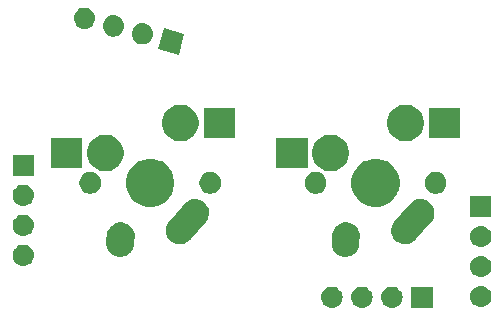
<source format=gbr>
G04 #@! TF.GenerationSoftware,KiCad,Pcbnew,(5.1.4)-1*
G04 #@! TF.CreationDate,2023-05-19T09:16:21-04:00*
G04 #@! TF.ProjectId,ThumbsUp,5468756d-6273-4557-902e-6b696361645f,rev?*
G04 #@! TF.SameCoordinates,Original*
G04 #@! TF.FileFunction,Soldermask,Bot*
G04 #@! TF.FilePolarity,Negative*
%FSLAX46Y46*%
G04 Gerber Fmt 4.6, Leading zero omitted, Abs format (unit mm)*
G04 Created by KiCad (PCBNEW (5.1.4)-1) date 2023-05-19 09:16:21*
%MOMM*%
%LPD*%
G04 APERTURE LIST*
%ADD10C,0.100000*%
G04 APERTURE END LIST*
D10*
G36*
X191207132Y-357932045D02*
G01*
X189405132Y-357932045D01*
X189405132Y-356130045D01*
X191207132Y-356130045D01*
X191207132Y-357932045D01*
X191207132Y-357932045D01*
G37*
G36*
X185336574Y-356136563D02*
G01*
X185402759Y-356143082D01*
X185572598Y-356194602D01*
X185729123Y-356278267D01*
X185764861Y-356307597D01*
X185866318Y-356390859D01*
X185949580Y-356492316D01*
X185978910Y-356528054D01*
X186062575Y-356684579D01*
X186114095Y-356854418D01*
X186131491Y-357031045D01*
X186114095Y-357207672D01*
X186062575Y-357377511D01*
X185978910Y-357534036D01*
X185949580Y-357569774D01*
X185866318Y-357671231D01*
X185764861Y-357754493D01*
X185729123Y-357783823D01*
X185572598Y-357867488D01*
X185402759Y-357919008D01*
X185336574Y-357925527D01*
X185270392Y-357932045D01*
X185181872Y-357932045D01*
X185115690Y-357925527D01*
X185049505Y-357919008D01*
X184879666Y-357867488D01*
X184723141Y-357783823D01*
X184687403Y-357754493D01*
X184585946Y-357671231D01*
X184502684Y-357569774D01*
X184473354Y-357534036D01*
X184389689Y-357377511D01*
X184338169Y-357207672D01*
X184320773Y-357031045D01*
X184338169Y-356854418D01*
X184389689Y-356684579D01*
X184473354Y-356528054D01*
X184502684Y-356492316D01*
X184585946Y-356390859D01*
X184687403Y-356307597D01*
X184723141Y-356278267D01*
X184879666Y-356194602D01*
X185049505Y-356143082D01*
X185115690Y-356136563D01*
X185181872Y-356130045D01*
X185270392Y-356130045D01*
X185336574Y-356136563D01*
X185336574Y-356136563D01*
G37*
G36*
X182796574Y-356136563D02*
G01*
X182862759Y-356143082D01*
X183032598Y-356194602D01*
X183189123Y-356278267D01*
X183224861Y-356307597D01*
X183326318Y-356390859D01*
X183409580Y-356492316D01*
X183438910Y-356528054D01*
X183522575Y-356684579D01*
X183574095Y-356854418D01*
X183591491Y-357031045D01*
X183574095Y-357207672D01*
X183522575Y-357377511D01*
X183438910Y-357534036D01*
X183409580Y-357569774D01*
X183326318Y-357671231D01*
X183224861Y-357754493D01*
X183189123Y-357783823D01*
X183032598Y-357867488D01*
X182862759Y-357919008D01*
X182796574Y-357925527D01*
X182730392Y-357932045D01*
X182641872Y-357932045D01*
X182575690Y-357925527D01*
X182509505Y-357919008D01*
X182339666Y-357867488D01*
X182183141Y-357783823D01*
X182147403Y-357754493D01*
X182045946Y-357671231D01*
X181962684Y-357569774D01*
X181933354Y-357534036D01*
X181849689Y-357377511D01*
X181798169Y-357207672D01*
X181780773Y-357031045D01*
X181798169Y-356854418D01*
X181849689Y-356684579D01*
X181933354Y-356528054D01*
X181962684Y-356492316D01*
X182045946Y-356390859D01*
X182147403Y-356307597D01*
X182183141Y-356278267D01*
X182339666Y-356194602D01*
X182509505Y-356143082D01*
X182575690Y-356136563D01*
X182641872Y-356130045D01*
X182730392Y-356130045D01*
X182796574Y-356136563D01*
X182796574Y-356136563D01*
G37*
G36*
X187876574Y-356136563D02*
G01*
X187942759Y-356143082D01*
X188112598Y-356194602D01*
X188269123Y-356278267D01*
X188304861Y-356307597D01*
X188406318Y-356390859D01*
X188489580Y-356492316D01*
X188518910Y-356528054D01*
X188602575Y-356684579D01*
X188654095Y-356854418D01*
X188671491Y-357031045D01*
X188654095Y-357207672D01*
X188602575Y-357377511D01*
X188518910Y-357534036D01*
X188489580Y-357569774D01*
X188406318Y-357671231D01*
X188304861Y-357754493D01*
X188269123Y-357783823D01*
X188112598Y-357867488D01*
X187942759Y-357919008D01*
X187876574Y-357925527D01*
X187810392Y-357932045D01*
X187721872Y-357932045D01*
X187655690Y-357925527D01*
X187589505Y-357919008D01*
X187419666Y-357867488D01*
X187263141Y-357783823D01*
X187227403Y-357754493D01*
X187125946Y-357671231D01*
X187042684Y-357569774D01*
X187013354Y-357534036D01*
X186929689Y-357377511D01*
X186878169Y-357207672D01*
X186860773Y-357031045D01*
X186878169Y-356854418D01*
X186929689Y-356684579D01*
X187013354Y-356528054D01*
X187042684Y-356492316D01*
X187125946Y-356390859D01*
X187227403Y-356307597D01*
X187263141Y-356278267D01*
X187419666Y-356194602D01*
X187589505Y-356143082D01*
X187655690Y-356136563D01*
X187721872Y-356130045D01*
X187810392Y-356130045D01*
X187876574Y-356136563D01*
X187876574Y-356136563D01*
G37*
G36*
X195387430Y-356069092D02*
G01*
X195453614Y-356075610D01*
X195623453Y-356127130D01*
X195779978Y-356210795D01*
X195815716Y-356240125D01*
X195917173Y-356323387D01*
X196000435Y-356424844D01*
X196029765Y-356460582D01*
X196113430Y-356617107D01*
X196164950Y-356786946D01*
X196182346Y-356963573D01*
X196164950Y-357140200D01*
X196113430Y-357310039D01*
X196029765Y-357466564D01*
X196000435Y-357502302D01*
X195917173Y-357603759D01*
X195815716Y-357687021D01*
X195779978Y-357716351D01*
X195623453Y-357800016D01*
X195453614Y-357851536D01*
X195387430Y-357858054D01*
X195321247Y-357864573D01*
X195232727Y-357864573D01*
X195166544Y-357858054D01*
X195100360Y-357851536D01*
X194930521Y-357800016D01*
X194773996Y-357716351D01*
X194738258Y-357687021D01*
X194636801Y-357603759D01*
X194553539Y-357502302D01*
X194524209Y-357466564D01*
X194440544Y-357310039D01*
X194389024Y-357140200D01*
X194371628Y-356963573D01*
X194389024Y-356786946D01*
X194440544Y-356617107D01*
X194524209Y-356460582D01*
X194553539Y-356424844D01*
X194636801Y-356323387D01*
X194738258Y-356240125D01*
X194773996Y-356210795D01*
X194930521Y-356127130D01*
X195100360Y-356075610D01*
X195166544Y-356069092D01*
X195232727Y-356062573D01*
X195321247Y-356062573D01*
X195387430Y-356069092D01*
X195387430Y-356069092D01*
G37*
G36*
X195387429Y-353529091D02*
G01*
X195453614Y-353535610D01*
X195623453Y-353587130D01*
X195779978Y-353670795D01*
X195815716Y-353700125D01*
X195917173Y-353783387D01*
X196000435Y-353884844D01*
X196029765Y-353920582D01*
X196113430Y-354077107D01*
X196164950Y-354246946D01*
X196182346Y-354423573D01*
X196164950Y-354600200D01*
X196113430Y-354770039D01*
X196029765Y-354926564D01*
X196000435Y-354962302D01*
X195917173Y-355063759D01*
X195815716Y-355147021D01*
X195779978Y-355176351D01*
X195623453Y-355260016D01*
X195453614Y-355311536D01*
X195387429Y-355318055D01*
X195321247Y-355324573D01*
X195232727Y-355324573D01*
X195166545Y-355318055D01*
X195100360Y-355311536D01*
X194930521Y-355260016D01*
X194773996Y-355176351D01*
X194738258Y-355147021D01*
X194636801Y-355063759D01*
X194553539Y-354962302D01*
X194524209Y-354926564D01*
X194440544Y-354770039D01*
X194389024Y-354600200D01*
X194371628Y-354423573D01*
X194389024Y-354246946D01*
X194440544Y-354077107D01*
X194524209Y-353920582D01*
X194553539Y-353884844D01*
X194636801Y-353783387D01*
X194738258Y-353700125D01*
X194773996Y-353670795D01*
X194930521Y-353587130D01*
X195100360Y-353535610D01*
X195166545Y-353529091D01*
X195232727Y-353522573D01*
X195321247Y-353522573D01*
X195387429Y-353529091D01*
X195387429Y-353529091D01*
G37*
G36*
X156664932Y-352584621D02*
G01*
X156731116Y-352591139D01*
X156900955Y-352642659D01*
X156900957Y-352642660D01*
X156907720Y-352646275D01*
X157057480Y-352726324D01*
X157076147Y-352741644D01*
X157194675Y-352838916D01*
X157277937Y-352940373D01*
X157307267Y-352976111D01*
X157307268Y-352976113D01*
X157374060Y-353101070D01*
X157390932Y-353132636D01*
X157442452Y-353302475D01*
X157459848Y-353479102D01*
X157442452Y-353655729D01*
X157390932Y-353825568D01*
X157307267Y-353982093D01*
X157277937Y-354017831D01*
X157194675Y-354119288D01*
X157093218Y-354202550D01*
X157057480Y-354231880D01*
X156900955Y-354315545D01*
X156731116Y-354367065D01*
X156664931Y-354373584D01*
X156598749Y-354380102D01*
X156510229Y-354380102D01*
X156444047Y-354373584D01*
X156377862Y-354367065D01*
X156208023Y-354315545D01*
X156051498Y-354231880D01*
X156015760Y-354202550D01*
X155914303Y-354119288D01*
X155831041Y-354017831D01*
X155801711Y-353982093D01*
X155718046Y-353825568D01*
X155666526Y-353655729D01*
X155649130Y-353479102D01*
X155666526Y-353302475D01*
X155718046Y-353132636D01*
X155734919Y-353101070D01*
X155801710Y-352976113D01*
X155801711Y-352976111D01*
X155831041Y-352940373D01*
X155914303Y-352838916D01*
X156032831Y-352741644D01*
X156051498Y-352726324D01*
X156201258Y-352646275D01*
X156208021Y-352642660D01*
X156208023Y-352642659D01*
X156377862Y-352591139D01*
X156444046Y-352584621D01*
X156510229Y-352578102D01*
X156598749Y-352578102D01*
X156664932Y-352584621D01*
X156664932Y-352584621D01*
G37*
G36*
X165109730Y-350711542D02*
G01*
X165326255Y-350793879D01*
X165522557Y-350916877D01*
X165691090Y-351075807D01*
X165825380Y-351264563D01*
X165920265Y-351475891D01*
X165972098Y-351701669D01*
X165977188Y-351875195D01*
X165936407Y-352466509D01*
X165936296Y-352468122D01*
X165936000Y-352476722D01*
X165936000Y-352547745D01*
X165917118Y-352642671D01*
X165916456Y-352646275D01*
X165900376Y-352741648D01*
X165897915Y-352748121D01*
X165892159Y-352768146D01*
X165890807Y-352774945D01*
X165879928Y-352801209D01*
X165853763Y-352864378D01*
X165852411Y-352867782D01*
X165818038Y-352958173D01*
X165814364Y-352964037D01*
X165804813Y-352982553D01*
X165802158Y-352988963D01*
X165748343Y-353069503D01*
X165746423Y-353072469D01*
X165695041Y-353154475D01*
X165690289Y-353159514D01*
X165677311Y-353175811D01*
X165673463Y-353181570D01*
X165604997Y-353250036D01*
X165602476Y-353252633D01*
X165536111Y-353323008D01*
X165530478Y-353327016D01*
X165514556Y-353340477D01*
X165509656Y-353345377D01*
X165429152Y-353399168D01*
X165426202Y-353401202D01*
X165347355Y-353457298D01*
X165341033Y-353460137D01*
X165322810Y-353470224D01*
X165317045Y-353474076D01*
X165227535Y-353511152D01*
X165224372Y-353512517D01*
X165136027Y-353552183D01*
X165129275Y-353553733D01*
X165109438Y-353560070D01*
X165103027Y-353562725D01*
X165008050Y-353581617D01*
X165004599Y-353582356D01*
X164910249Y-353604016D01*
X164903341Y-353604219D01*
X164882630Y-353606565D01*
X164875826Y-353607918D01*
X164779027Y-353607918D01*
X164775363Y-353607972D01*
X164678698Y-353610807D01*
X164678697Y-353610807D01*
X164671882Y-353609658D01*
X164651100Y-353607918D01*
X164644173Y-353607918D01*
X164549246Y-353589036D01*
X164545642Y-353588374D01*
X164518781Y-353583845D01*
X164450270Y-353572294D01*
X164443797Y-353569833D01*
X164423772Y-353564077D01*
X164416973Y-353562725D01*
X164351511Y-353535610D01*
X164327540Y-353525681D01*
X164324136Y-353524329D01*
X164293224Y-353512574D01*
X164233745Y-353489956D01*
X164227881Y-353486282D01*
X164209365Y-353476731D01*
X164202955Y-353474076D01*
X164122415Y-353420261D01*
X164119449Y-353418341D01*
X164037443Y-353366959D01*
X164032404Y-353362207D01*
X164016107Y-353349229D01*
X164010348Y-353345381D01*
X163941882Y-353276915D01*
X163939285Y-353274394D01*
X163868910Y-353208029D01*
X163864902Y-353202396D01*
X163851441Y-353186474D01*
X163846541Y-353181574D01*
X163792750Y-353101070D01*
X163790716Y-353098120D01*
X163734620Y-353019273D01*
X163731781Y-353012951D01*
X163721693Y-352994726D01*
X163717842Y-352988963D01*
X163680766Y-352899453D01*
X163679401Y-352896290D01*
X163639735Y-352807945D01*
X163638185Y-352801193D01*
X163631848Y-352781356D01*
X163629193Y-352774945D01*
X163610301Y-352679968D01*
X163609562Y-352676517D01*
X163587902Y-352582167D01*
X163587699Y-352575258D01*
X163585353Y-352554548D01*
X163584000Y-352547744D01*
X163584000Y-352450933D01*
X163583947Y-352447333D01*
X163582812Y-352408641D01*
X163583705Y-352395692D01*
X163584000Y-352387122D01*
X163584000Y-352316091D01*
X163590396Y-352283937D01*
X163592500Y-352268166D01*
X163630762Y-351713373D01*
X163659624Y-351542188D01*
X163741962Y-351325663D01*
X163864959Y-351129361D01*
X163970912Y-351017006D01*
X164023888Y-350960828D01*
X164143991Y-350875382D01*
X164212645Y-350826538D01*
X164423973Y-350731653D01*
X164649751Y-350679819D01*
X164881302Y-350673028D01*
X165109730Y-350711542D01*
X165109730Y-350711542D01*
G37*
G36*
X184189275Y-350711542D02*
G01*
X184405800Y-350793879D01*
X184602102Y-350916877D01*
X184770635Y-351075807D01*
X184904925Y-351264563D01*
X184999810Y-351475891D01*
X185051643Y-351701669D01*
X185056733Y-351875195D01*
X185015952Y-352466509D01*
X185015841Y-352468122D01*
X185015545Y-352476722D01*
X185015545Y-352547745D01*
X184996663Y-352642671D01*
X184996001Y-352646275D01*
X184979921Y-352741648D01*
X184977460Y-352748121D01*
X184971704Y-352768146D01*
X184970352Y-352774945D01*
X184959473Y-352801209D01*
X184933308Y-352864378D01*
X184931956Y-352867782D01*
X184897583Y-352958173D01*
X184893909Y-352964037D01*
X184884358Y-352982553D01*
X184881703Y-352988963D01*
X184827888Y-353069503D01*
X184825968Y-353072469D01*
X184774586Y-353154475D01*
X184769834Y-353159514D01*
X184756856Y-353175811D01*
X184753008Y-353181570D01*
X184684542Y-353250036D01*
X184682021Y-353252633D01*
X184615656Y-353323008D01*
X184610023Y-353327016D01*
X184594101Y-353340477D01*
X184589201Y-353345377D01*
X184508697Y-353399168D01*
X184505747Y-353401202D01*
X184426900Y-353457298D01*
X184420578Y-353460137D01*
X184402355Y-353470224D01*
X184396590Y-353474076D01*
X184307080Y-353511152D01*
X184303917Y-353512517D01*
X184215572Y-353552183D01*
X184208820Y-353553733D01*
X184188983Y-353560070D01*
X184182572Y-353562725D01*
X184087595Y-353581617D01*
X184084144Y-353582356D01*
X183989794Y-353604016D01*
X183982886Y-353604219D01*
X183962175Y-353606565D01*
X183955371Y-353607918D01*
X183858572Y-353607918D01*
X183854908Y-353607972D01*
X183758243Y-353610807D01*
X183758242Y-353610807D01*
X183751427Y-353609658D01*
X183730645Y-353607918D01*
X183723718Y-353607918D01*
X183628791Y-353589036D01*
X183625187Y-353588374D01*
X183598326Y-353583845D01*
X183529815Y-353572294D01*
X183523342Y-353569833D01*
X183503317Y-353564077D01*
X183496518Y-353562725D01*
X183431056Y-353535610D01*
X183407085Y-353525681D01*
X183403681Y-353524329D01*
X183372769Y-353512574D01*
X183313290Y-353489956D01*
X183307426Y-353486282D01*
X183288910Y-353476731D01*
X183282500Y-353474076D01*
X183201960Y-353420261D01*
X183198994Y-353418341D01*
X183116988Y-353366959D01*
X183111949Y-353362207D01*
X183095652Y-353349229D01*
X183089893Y-353345381D01*
X183021427Y-353276915D01*
X183018830Y-353274394D01*
X182948455Y-353208029D01*
X182944447Y-353202396D01*
X182930986Y-353186474D01*
X182926086Y-353181574D01*
X182872295Y-353101070D01*
X182870261Y-353098120D01*
X182814165Y-353019273D01*
X182811326Y-353012951D01*
X182801238Y-352994726D01*
X182797387Y-352988963D01*
X182760311Y-352899453D01*
X182758946Y-352896290D01*
X182719280Y-352807945D01*
X182717730Y-352801193D01*
X182711393Y-352781356D01*
X182708738Y-352774945D01*
X182689846Y-352679968D01*
X182689107Y-352676517D01*
X182667447Y-352582167D01*
X182667244Y-352575258D01*
X182664898Y-352554548D01*
X182663545Y-352547744D01*
X182663545Y-352450933D01*
X182663492Y-352447333D01*
X182662357Y-352408641D01*
X182663250Y-352395692D01*
X182663545Y-352387122D01*
X182663545Y-352316091D01*
X182669941Y-352283937D01*
X182672045Y-352268166D01*
X182710307Y-351713373D01*
X182739169Y-351542188D01*
X182821507Y-351325663D01*
X182944504Y-351129361D01*
X183050457Y-351017006D01*
X183103433Y-350960828D01*
X183223536Y-350875382D01*
X183292190Y-350826538D01*
X183503518Y-350731653D01*
X183729296Y-350679819D01*
X183960847Y-350673028D01*
X184189275Y-350711542D01*
X184189275Y-350711542D01*
G37*
G36*
X195387430Y-350989092D02*
G01*
X195453614Y-350995610D01*
X195623453Y-351047130D01*
X195623455Y-351047131D01*
X195677107Y-351075809D01*
X195779978Y-351130795D01*
X195815716Y-351160125D01*
X195917173Y-351243387D01*
X195987217Y-351328737D01*
X196029765Y-351380582D01*
X196113430Y-351537107D01*
X196164950Y-351706946D01*
X196182346Y-351883573D01*
X196164950Y-352060200D01*
X196113430Y-352230039D01*
X196029765Y-352386564D01*
X196004288Y-352417607D01*
X195917173Y-352523759D01*
X195835069Y-352591139D01*
X195779978Y-352636351D01*
X195623453Y-352720016D01*
X195453614Y-352771536D01*
X195387429Y-352778055D01*
X195321247Y-352784573D01*
X195232727Y-352784573D01*
X195166545Y-352778055D01*
X195100360Y-352771536D01*
X194930521Y-352720016D01*
X194773996Y-352636351D01*
X194718905Y-352591139D01*
X194636801Y-352523759D01*
X194549686Y-352417607D01*
X194524209Y-352386564D01*
X194440544Y-352230039D01*
X194389024Y-352060200D01*
X194371628Y-351883573D01*
X194389024Y-351706946D01*
X194440544Y-351537107D01*
X194524209Y-351380582D01*
X194566757Y-351328737D01*
X194636801Y-351243387D01*
X194738258Y-351160125D01*
X194773996Y-351130795D01*
X194876867Y-351075809D01*
X194930519Y-351047131D01*
X194930521Y-351047130D01*
X195100360Y-350995610D01*
X195166544Y-350989092D01*
X195232727Y-350982573D01*
X195321247Y-350982573D01*
X195387430Y-350989092D01*
X195387430Y-350989092D01*
G37*
G36*
X171277530Y-348722164D02*
G01*
X171502519Y-348777325D01*
X171612973Y-348828890D01*
X171712421Y-348875316D01*
X171712423Y-348875318D01*
X171712424Y-348875318D01*
X171899177Y-349012379D01*
X172055603Y-349183239D01*
X172175689Y-349381335D01*
X172254823Y-349599052D01*
X172289961Y-349828022D01*
X172279754Y-350059449D01*
X172224593Y-350284438D01*
X172173028Y-350394891D01*
X172126602Y-350494339D01*
X172126600Y-350494341D01*
X172126600Y-350494342D01*
X172023886Y-350634296D01*
X170744477Y-352060200D01*
X170737215Y-352068293D01*
X170726320Y-352082327D01*
X170713461Y-352101572D01*
X170656418Y-352158615D01*
X170651768Y-352163524D01*
X170636721Y-352180294D01*
X170615309Y-352199897D01*
X170611328Y-352203705D01*
X170549656Y-352265377D01*
X170535850Y-352274602D01*
X170520892Y-352286336D01*
X170508674Y-352297522D01*
X170434204Y-352342666D01*
X170429557Y-352345625D01*
X170357045Y-352394076D01*
X170357044Y-352394077D01*
X170357043Y-352394077D01*
X170341708Y-352400429D01*
X170324751Y-352409017D01*
X170310581Y-352417607D01*
X170228711Y-352447364D01*
X170223605Y-352449349D01*
X170143027Y-352482725D01*
X170126748Y-352485963D01*
X170108453Y-352491075D01*
X170092864Y-352496741D01*
X170006715Y-352509962D01*
X170001338Y-352510909D01*
X169915827Y-352527918D01*
X169899233Y-352527918D01*
X169880290Y-352529363D01*
X169863893Y-352531879D01*
X169776794Y-352528038D01*
X169771354Y-352527918D01*
X169684172Y-352527918D01*
X169667903Y-352524682D01*
X169649044Y-352522403D01*
X169632468Y-352521672D01*
X169547777Y-352500908D01*
X169542482Y-352499734D01*
X169456973Y-352482725D01*
X169441638Y-352476373D01*
X169423599Y-352470463D01*
X169407479Y-352466511D01*
X169328503Y-352429641D01*
X169323506Y-352427441D01*
X169242955Y-352394076D01*
X169229159Y-352384858D01*
X169212603Y-352375534D01*
X169197575Y-352368518D01*
X169127320Y-352316957D01*
X169122808Y-352313796D01*
X169050344Y-352265377D01*
X169038617Y-352253650D01*
X169024191Y-352241269D01*
X169010821Y-352231457D01*
X168981927Y-352199897D01*
X168951979Y-352167185D01*
X168948171Y-352163204D01*
X168886542Y-352101575D01*
X168886540Y-352101572D01*
X168877326Y-352087783D01*
X168865592Y-352072825D01*
X168854394Y-352060594D01*
X168809218Y-351986070D01*
X168806285Y-351981462D01*
X168757842Y-351908963D01*
X168751495Y-351893640D01*
X168742906Y-351876682D01*
X168734309Y-351862501D01*
X168704532Y-351780576D01*
X168702553Y-351775483D01*
X168669193Y-351694945D01*
X168665958Y-351678681D01*
X168660846Y-351660386D01*
X168655175Y-351644784D01*
X168641945Y-351558576D01*
X168640999Y-351553205D01*
X168624000Y-351467745D01*
X168624000Y-351451166D01*
X168622555Y-351432224D01*
X168620037Y-351415813D01*
X168623881Y-351328669D01*
X168624000Y-351323229D01*
X168624000Y-351236093D01*
X168627234Y-351219835D01*
X168629512Y-351200977D01*
X168630244Y-351184388D01*
X168651008Y-351099696D01*
X168652192Y-351094360D01*
X168661587Y-351047130D01*
X168669193Y-351008891D01*
X168675538Y-350993572D01*
X168681454Y-350975514D01*
X168685405Y-350959399D01*
X168722288Y-350880395D01*
X168724480Y-350875415D01*
X168757842Y-350794873D01*
X168767052Y-350781090D01*
X168776382Y-350764523D01*
X168783397Y-350749496D01*
X168834965Y-350679232D01*
X168838126Y-350674720D01*
X168865137Y-350634296D01*
X168886541Y-350602262D01*
X168943547Y-350545256D01*
X168948183Y-350540362D01*
X169988134Y-349381334D01*
X170273276Y-349063542D01*
X170401318Y-348946318D01*
X170401317Y-348946318D01*
X170401321Y-348946315D01*
X170599416Y-348826229D01*
X170817133Y-348747095D01*
X171046104Y-348711957D01*
X171277530Y-348722164D01*
X171277530Y-348722164D01*
G37*
G36*
X190357075Y-348722164D02*
G01*
X190582064Y-348777325D01*
X190692518Y-348828890D01*
X190791966Y-348875316D01*
X190791968Y-348875318D01*
X190791969Y-348875318D01*
X190978722Y-349012379D01*
X191135148Y-349183239D01*
X191255234Y-349381335D01*
X191334368Y-349599052D01*
X191369506Y-349828022D01*
X191359299Y-350059449D01*
X191304138Y-350284438D01*
X191252573Y-350394891D01*
X191206147Y-350494339D01*
X191206145Y-350494341D01*
X191206145Y-350494342D01*
X191103431Y-350634296D01*
X189824022Y-352060200D01*
X189816760Y-352068293D01*
X189805865Y-352082327D01*
X189793006Y-352101572D01*
X189735963Y-352158615D01*
X189731313Y-352163524D01*
X189716266Y-352180294D01*
X189694854Y-352199897D01*
X189690873Y-352203705D01*
X189629201Y-352265377D01*
X189615395Y-352274602D01*
X189600437Y-352286336D01*
X189588219Y-352297522D01*
X189513749Y-352342666D01*
X189509102Y-352345625D01*
X189436590Y-352394076D01*
X189436589Y-352394077D01*
X189436588Y-352394077D01*
X189421253Y-352400429D01*
X189404296Y-352409017D01*
X189390126Y-352417607D01*
X189308256Y-352447364D01*
X189303150Y-352449349D01*
X189222572Y-352482725D01*
X189206293Y-352485963D01*
X189187998Y-352491075D01*
X189172409Y-352496741D01*
X189086260Y-352509962D01*
X189080883Y-352510909D01*
X188995372Y-352527918D01*
X188978778Y-352527918D01*
X188959835Y-352529363D01*
X188943438Y-352531879D01*
X188856339Y-352528038D01*
X188850899Y-352527918D01*
X188763717Y-352527918D01*
X188747448Y-352524682D01*
X188728589Y-352522403D01*
X188712013Y-352521672D01*
X188627322Y-352500908D01*
X188622027Y-352499734D01*
X188536518Y-352482725D01*
X188521183Y-352476373D01*
X188503144Y-352470463D01*
X188487024Y-352466511D01*
X188408048Y-352429641D01*
X188403051Y-352427441D01*
X188322500Y-352394076D01*
X188308704Y-352384858D01*
X188292148Y-352375534D01*
X188277120Y-352368518D01*
X188206865Y-352316957D01*
X188202353Y-352313796D01*
X188129889Y-352265377D01*
X188118162Y-352253650D01*
X188103736Y-352241269D01*
X188090366Y-352231457D01*
X188061472Y-352199897D01*
X188031524Y-352167185D01*
X188027716Y-352163204D01*
X187966087Y-352101575D01*
X187966085Y-352101572D01*
X187956871Y-352087783D01*
X187945137Y-352072825D01*
X187933939Y-352060594D01*
X187888763Y-351986070D01*
X187885830Y-351981462D01*
X187837387Y-351908963D01*
X187831040Y-351893640D01*
X187822451Y-351876682D01*
X187813854Y-351862501D01*
X187784077Y-351780576D01*
X187782098Y-351775483D01*
X187748738Y-351694945D01*
X187745503Y-351678681D01*
X187740391Y-351660386D01*
X187734720Y-351644784D01*
X187721490Y-351558576D01*
X187720544Y-351553205D01*
X187703545Y-351467745D01*
X187703545Y-351451166D01*
X187702100Y-351432224D01*
X187699582Y-351415813D01*
X187703426Y-351328669D01*
X187703545Y-351323229D01*
X187703545Y-351236093D01*
X187706779Y-351219835D01*
X187709057Y-351200977D01*
X187709789Y-351184388D01*
X187730553Y-351099696D01*
X187731737Y-351094360D01*
X187741132Y-351047130D01*
X187748738Y-351008891D01*
X187755083Y-350993572D01*
X187760999Y-350975514D01*
X187764950Y-350959399D01*
X187801833Y-350880395D01*
X187804025Y-350875415D01*
X187837387Y-350794873D01*
X187846597Y-350781090D01*
X187855927Y-350764523D01*
X187862942Y-350749496D01*
X187914510Y-350679232D01*
X187917671Y-350674720D01*
X187944682Y-350634296D01*
X187966086Y-350602262D01*
X188023092Y-350545256D01*
X188027728Y-350540362D01*
X189067679Y-349381334D01*
X189352821Y-349063542D01*
X189480863Y-348946318D01*
X189480862Y-348946318D01*
X189480866Y-348946315D01*
X189678961Y-348826229D01*
X189896678Y-348747095D01*
X190125649Y-348711957D01*
X190357075Y-348722164D01*
X190357075Y-348722164D01*
G37*
G36*
X156664932Y-350044621D02*
G01*
X156731116Y-350051139D01*
X156900955Y-350102659D01*
X157057480Y-350186324D01*
X157093218Y-350215654D01*
X157194675Y-350298916D01*
X157277937Y-350400373D01*
X157307267Y-350436111D01*
X157390932Y-350592636D01*
X157442452Y-350762475D01*
X157459848Y-350939102D01*
X157442452Y-351115729D01*
X157390932Y-351285568D01*
X157307267Y-351442093D01*
X157277937Y-351477831D01*
X157194675Y-351579288D01*
X157114865Y-351644785D01*
X157057480Y-351691880D01*
X157029294Y-351706946D01*
X156901124Y-351775455D01*
X156900955Y-351775545D01*
X156731116Y-351827065D01*
X156664931Y-351833584D01*
X156598749Y-351840102D01*
X156510229Y-351840102D01*
X156444047Y-351833584D01*
X156377862Y-351827065D01*
X156208023Y-351775545D01*
X156207855Y-351775455D01*
X156079684Y-351706946D01*
X156051498Y-351691880D01*
X155994113Y-351644785D01*
X155914303Y-351579288D01*
X155831041Y-351477831D01*
X155801711Y-351442093D01*
X155718046Y-351285568D01*
X155666526Y-351115729D01*
X155649130Y-350939102D01*
X155666526Y-350762475D01*
X155718046Y-350592636D01*
X155801711Y-350436111D01*
X155831041Y-350400373D01*
X155914303Y-350298916D01*
X156015760Y-350215654D01*
X156051498Y-350186324D01*
X156208023Y-350102659D01*
X156377862Y-350051139D01*
X156444046Y-350044621D01*
X156510229Y-350038102D01*
X156598749Y-350038102D01*
X156664932Y-350044621D01*
X156664932Y-350044621D01*
G37*
G36*
X196177987Y-350244573D02*
G01*
X194375987Y-350244573D01*
X194375987Y-348442573D01*
X196177987Y-348442573D01*
X196177987Y-350244573D01*
X196177987Y-350244573D01*
G37*
G36*
X167896474Y-345385602D02*
G01*
X168114474Y-345475901D01*
X168268623Y-345539751D01*
X168603548Y-345763541D01*
X168888377Y-346048370D01*
X169112167Y-346383295D01*
X169144562Y-346461504D01*
X169266316Y-346755444D01*
X169344900Y-347150512D01*
X169344900Y-347553324D01*
X169266316Y-347948392D01*
X169215451Y-348071190D01*
X169112167Y-348320541D01*
X168888377Y-348655466D01*
X168603548Y-348940295D01*
X168268623Y-349164085D01*
X168114474Y-349227935D01*
X167896474Y-349318234D01*
X167501406Y-349396818D01*
X167098594Y-349396818D01*
X166703526Y-349318234D01*
X166485526Y-349227935D01*
X166331377Y-349164085D01*
X165996452Y-348940295D01*
X165711623Y-348655466D01*
X165487833Y-348320541D01*
X165384549Y-348071190D01*
X165333684Y-347948392D01*
X165255100Y-347553324D01*
X165255100Y-347150512D01*
X165333684Y-346755444D01*
X165455438Y-346461504D01*
X165487833Y-346383295D01*
X165711623Y-346048370D01*
X165996452Y-345763541D01*
X166331377Y-345539751D01*
X166485526Y-345475901D01*
X166703526Y-345385602D01*
X167098594Y-345307018D01*
X167501406Y-345307018D01*
X167896474Y-345385602D01*
X167896474Y-345385602D01*
G37*
G36*
X186976019Y-345385602D02*
G01*
X187194019Y-345475901D01*
X187348168Y-345539751D01*
X187683093Y-345763541D01*
X187967922Y-346048370D01*
X188191712Y-346383295D01*
X188224107Y-346461504D01*
X188345861Y-346755444D01*
X188424445Y-347150512D01*
X188424445Y-347553324D01*
X188345861Y-347948392D01*
X188294996Y-348071190D01*
X188191712Y-348320541D01*
X187967922Y-348655466D01*
X187683093Y-348940295D01*
X187348168Y-349164085D01*
X187194019Y-349227935D01*
X186976019Y-349318234D01*
X186580951Y-349396818D01*
X186178139Y-349396818D01*
X185783071Y-349318234D01*
X185565071Y-349227935D01*
X185410922Y-349164085D01*
X185075997Y-348940295D01*
X184791168Y-348655466D01*
X184567378Y-348320541D01*
X184464094Y-348071190D01*
X184413229Y-347948392D01*
X184334645Y-347553324D01*
X184334645Y-347150512D01*
X184413229Y-346755444D01*
X184534983Y-346461504D01*
X184567378Y-346383295D01*
X184791168Y-346048370D01*
X185075997Y-345763541D01*
X185410922Y-345539751D01*
X185565071Y-345475901D01*
X185783071Y-345385602D01*
X186178139Y-345307018D01*
X186580951Y-345307018D01*
X186976019Y-345385602D01*
X186976019Y-345385602D01*
G37*
G36*
X156664932Y-347504621D02*
G01*
X156731116Y-347511139D01*
X156900955Y-347562659D01*
X157057480Y-347646324D01*
X157093218Y-347675654D01*
X157194675Y-347758916D01*
X157277937Y-347860373D01*
X157307267Y-347896111D01*
X157390932Y-348052636D01*
X157442452Y-348222475D01*
X157459848Y-348399102D01*
X157442452Y-348575729D01*
X157390932Y-348745568D01*
X157307267Y-348902093D01*
X157277937Y-348937831D01*
X157194675Y-349039288D01*
X157093218Y-349122550D01*
X157057480Y-349151880D01*
X156900955Y-349235545D01*
X156731116Y-349287065D01*
X156664932Y-349293583D01*
X156598749Y-349300102D01*
X156510229Y-349300102D01*
X156444046Y-349293583D01*
X156377862Y-349287065D01*
X156208023Y-349235545D01*
X156051498Y-349151880D01*
X156015760Y-349122550D01*
X155914303Y-349039288D01*
X155831041Y-348937831D01*
X155801711Y-348902093D01*
X155718046Y-348745568D01*
X155666526Y-348575729D01*
X155649130Y-348399102D01*
X155666526Y-348222475D01*
X155718046Y-348052636D01*
X155801711Y-347896111D01*
X155831041Y-347860373D01*
X155914303Y-347758916D01*
X156015760Y-347675654D01*
X156051498Y-347646324D01*
X156208023Y-347562659D01*
X156377862Y-347511139D01*
X156444046Y-347504621D01*
X156510229Y-347498102D01*
X156598749Y-347498102D01*
X156664932Y-347504621D01*
X156664932Y-347504621D01*
G37*
G36*
X172650104Y-346461503D02*
G01*
X172818626Y-346531307D01*
X172970291Y-346632646D01*
X173099272Y-346761627D01*
X173200611Y-346913292D01*
X173270415Y-347081814D01*
X173306000Y-347260715D01*
X173306000Y-347443121D01*
X173270415Y-347622022D01*
X173200611Y-347790544D01*
X173099272Y-347942209D01*
X172970291Y-348071190D01*
X172818626Y-348172529D01*
X172650104Y-348242333D01*
X172471203Y-348277918D01*
X172288797Y-348277918D01*
X172109896Y-348242333D01*
X171941374Y-348172529D01*
X171789709Y-348071190D01*
X171660728Y-347942209D01*
X171559389Y-347790544D01*
X171489585Y-347622022D01*
X171454000Y-347443121D01*
X171454000Y-347260715D01*
X171489585Y-347081814D01*
X171559389Y-346913292D01*
X171660728Y-346761627D01*
X171789709Y-346632646D01*
X171941374Y-346531307D01*
X172109896Y-346461503D01*
X172288797Y-346425918D01*
X172471203Y-346425918D01*
X172650104Y-346461503D01*
X172650104Y-346461503D01*
G37*
G36*
X181569649Y-346461503D02*
G01*
X181738171Y-346531307D01*
X181889836Y-346632646D01*
X182018817Y-346761627D01*
X182120156Y-346913292D01*
X182189960Y-347081814D01*
X182225545Y-347260715D01*
X182225545Y-347443121D01*
X182189960Y-347622022D01*
X182120156Y-347790544D01*
X182018817Y-347942209D01*
X181889836Y-348071190D01*
X181738171Y-348172529D01*
X181569649Y-348242333D01*
X181390748Y-348277918D01*
X181208342Y-348277918D01*
X181029441Y-348242333D01*
X180860919Y-348172529D01*
X180709254Y-348071190D01*
X180580273Y-347942209D01*
X180478934Y-347790544D01*
X180409130Y-347622022D01*
X180373545Y-347443121D01*
X180373545Y-347260715D01*
X180409130Y-347081814D01*
X180478934Y-346913292D01*
X180580273Y-346761627D01*
X180709254Y-346632646D01*
X180860919Y-346531307D01*
X181029441Y-346461503D01*
X181208342Y-346425918D01*
X181390748Y-346425918D01*
X181569649Y-346461503D01*
X181569649Y-346461503D01*
G37*
G36*
X162490104Y-346461503D02*
G01*
X162658626Y-346531307D01*
X162810291Y-346632646D01*
X162939272Y-346761627D01*
X163040611Y-346913292D01*
X163110415Y-347081814D01*
X163146000Y-347260715D01*
X163146000Y-347443121D01*
X163110415Y-347622022D01*
X163040611Y-347790544D01*
X162939272Y-347942209D01*
X162810291Y-348071190D01*
X162658626Y-348172529D01*
X162490104Y-348242333D01*
X162311203Y-348277918D01*
X162128797Y-348277918D01*
X161949896Y-348242333D01*
X161781374Y-348172529D01*
X161629709Y-348071190D01*
X161500728Y-347942209D01*
X161399389Y-347790544D01*
X161329585Y-347622022D01*
X161294000Y-347443121D01*
X161294000Y-347260715D01*
X161329585Y-347081814D01*
X161399389Y-346913292D01*
X161500728Y-346761627D01*
X161629709Y-346632646D01*
X161781374Y-346531307D01*
X161949896Y-346461503D01*
X162128797Y-346425918D01*
X162311203Y-346425918D01*
X162490104Y-346461503D01*
X162490104Y-346461503D01*
G37*
G36*
X191729649Y-346461503D02*
G01*
X191898171Y-346531307D01*
X192049836Y-346632646D01*
X192178817Y-346761627D01*
X192280156Y-346913292D01*
X192349960Y-347081814D01*
X192385545Y-347260715D01*
X192385545Y-347443121D01*
X192349960Y-347622022D01*
X192280156Y-347790544D01*
X192178817Y-347942209D01*
X192049836Y-348071190D01*
X191898171Y-348172529D01*
X191729649Y-348242333D01*
X191550748Y-348277918D01*
X191368342Y-348277918D01*
X191189441Y-348242333D01*
X191020919Y-348172529D01*
X190869254Y-348071190D01*
X190740273Y-347942209D01*
X190638934Y-347790544D01*
X190569130Y-347622022D01*
X190533545Y-347443121D01*
X190533545Y-347260715D01*
X190569130Y-347081814D01*
X190638934Y-346913292D01*
X190740273Y-346761627D01*
X190869254Y-346632646D01*
X191020919Y-346531307D01*
X191189441Y-346461503D01*
X191368342Y-346425918D01*
X191550748Y-346425918D01*
X191729649Y-346461503D01*
X191729649Y-346461503D01*
G37*
G36*
X157455489Y-346760102D02*
G01*
X155653489Y-346760102D01*
X155653489Y-344958102D01*
X157455489Y-344958102D01*
X157455489Y-346760102D01*
X157455489Y-346760102D01*
G37*
G36*
X182872130Y-343290720D02*
G01*
X183021955Y-343320522D01*
X183304219Y-343437439D01*
X183558250Y-343607177D01*
X183774286Y-343823213D01*
X183944024Y-344077244D01*
X184060941Y-344359508D01*
X184120545Y-344659158D01*
X184120545Y-344964678D01*
X184060941Y-345264328D01*
X183944024Y-345546592D01*
X183774286Y-345800623D01*
X183558250Y-346016659D01*
X183304219Y-346186397D01*
X183021955Y-346303314D01*
X182872130Y-346333116D01*
X182722306Y-346362918D01*
X182416784Y-346362918D01*
X182266960Y-346333116D01*
X182117135Y-346303314D01*
X181834871Y-346186397D01*
X181580840Y-346016659D01*
X181364804Y-345800623D01*
X181195066Y-345546592D01*
X181078149Y-345264328D01*
X181018545Y-344964678D01*
X181018545Y-344659158D01*
X181078149Y-344359508D01*
X181195066Y-344077244D01*
X181364804Y-343823213D01*
X181580840Y-343607177D01*
X181834871Y-343437439D01*
X182117135Y-343320522D01*
X182266960Y-343290720D01*
X182416784Y-343260918D01*
X182722306Y-343260918D01*
X182872130Y-343290720D01*
X182872130Y-343290720D01*
G37*
G36*
X163792585Y-343290720D02*
G01*
X163942410Y-343320522D01*
X164224674Y-343437439D01*
X164478705Y-343607177D01*
X164694741Y-343823213D01*
X164864479Y-344077244D01*
X164981396Y-344359508D01*
X165041000Y-344659158D01*
X165041000Y-344964678D01*
X164981396Y-345264328D01*
X164864479Y-345546592D01*
X164694741Y-345800623D01*
X164478705Y-346016659D01*
X164224674Y-346186397D01*
X163942410Y-346303314D01*
X163792585Y-346333116D01*
X163642761Y-346362918D01*
X163337239Y-346362918D01*
X163187415Y-346333116D01*
X163037590Y-346303314D01*
X162755326Y-346186397D01*
X162501295Y-346016659D01*
X162285259Y-345800623D01*
X162115521Y-345546592D01*
X161998604Y-345264328D01*
X161939000Y-344964678D01*
X161939000Y-344659158D01*
X161998604Y-344359508D01*
X162115521Y-344077244D01*
X162285259Y-343823213D01*
X162501295Y-343607177D01*
X162755326Y-343437439D01*
X163037590Y-343320522D01*
X163187415Y-343290720D01*
X163337239Y-343260918D01*
X163642761Y-343260918D01*
X163792585Y-343290720D01*
X163792585Y-343290720D01*
G37*
G36*
X161541000Y-346112918D02*
G01*
X158889000Y-346112918D01*
X158889000Y-343510918D01*
X161541000Y-343510918D01*
X161541000Y-346112918D01*
X161541000Y-346112918D01*
G37*
G36*
X180620545Y-346112918D02*
G01*
X177968545Y-346112918D01*
X177968545Y-343510918D01*
X180620545Y-343510918D01*
X180620545Y-346112918D01*
X180620545Y-346112918D01*
G37*
G36*
X170142585Y-340750720D02*
G01*
X170292410Y-340780522D01*
X170574674Y-340897439D01*
X170828705Y-341067177D01*
X171044741Y-341283213D01*
X171214479Y-341537244D01*
X171331396Y-341819508D01*
X171391000Y-342119158D01*
X171391000Y-342424678D01*
X171331396Y-342724328D01*
X171214479Y-343006592D01*
X171044741Y-343260623D01*
X170828705Y-343476659D01*
X170574674Y-343646397D01*
X170292410Y-343763314D01*
X170142585Y-343793116D01*
X169992761Y-343822918D01*
X169687239Y-343822918D01*
X169537415Y-343793116D01*
X169387590Y-343763314D01*
X169105326Y-343646397D01*
X168851295Y-343476659D01*
X168635259Y-343260623D01*
X168465521Y-343006592D01*
X168348604Y-342724328D01*
X168289000Y-342424678D01*
X168289000Y-342119158D01*
X168348604Y-341819508D01*
X168465521Y-341537244D01*
X168635259Y-341283213D01*
X168851295Y-341067177D01*
X169105326Y-340897439D01*
X169387590Y-340780522D01*
X169537415Y-340750720D01*
X169687239Y-340720918D01*
X169992761Y-340720918D01*
X170142585Y-340750720D01*
X170142585Y-340750720D01*
G37*
G36*
X189222130Y-340750720D02*
G01*
X189371955Y-340780522D01*
X189654219Y-340897439D01*
X189908250Y-341067177D01*
X190124286Y-341283213D01*
X190294024Y-341537244D01*
X190410941Y-341819508D01*
X190470545Y-342119158D01*
X190470545Y-342424678D01*
X190410941Y-342724328D01*
X190294024Y-343006592D01*
X190124286Y-343260623D01*
X189908250Y-343476659D01*
X189654219Y-343646397D01*
X189371955Y-343763314D01*
X189222130Y-343793116D01*
X189072306Y-343822918D01*
X188766784Y-343822918D01*
X188616960Y-343793116D01*
X188467135Y-343763314D01*
X188184871Y-343646397D01*
X187930840Y-343476659D01*
X187714804Y-343260623D01*
X187545066Y-343006592D01*
X187428149Y-342724328D01*
X187368545Y-342424678D01*
X187368545Y-342119158D01*
X187428149Y-341819508D01*
X187545066Y-341537244D01*
X187714804Y-341283213D01*
X187930840Y-341067177D01*
X188184871Y-340897439D01*
X188467135Y-340780522D01*
X188616960Y-340750720D01*
X188766784Y-340720918D01*
X189072306Y-340720918D01*
X189222130Y-340750720D01*
X189222130Y-340750720D01*
G37*
G36*
X174468000Y-343572918D02*
G01*
X171816000Y-343572918D01*
X171816000Y-340970918D01*
X174468000Y-340970918D01*
X174468000Y-343572918D01*
X174468000Y-343572918D01*
G37*
G36*
X193547545Y-343572918D02*
G01*
X190895545Y-343572918D01*
X190895545Y-340970918D01*
X193547545Y-340970918D01*
X193547545Y-343572918D01*
X193547545Y-343572918D01*
G37*
G36*
X170195102Y-334740029D02*
G01*
X169728710Y-336480627D01*
X167988112Y-336014235D01*
X168454504Y-334273637D01*
X170195102Y-334740029D01*
X170195102Y-334740029D01*
G37*
G36*
X166748598Y-333825251D02*
G01*
X166814782Y-333831769D01*
X166984621Y-333883289D01*
X167141146Y-333966954D01*
X167176884Y-333996284D01*
X167278341Y-334079546D01*
X167361603Y-334181003D01*
X167390933Y-334216741D01*
X167474598Y-334373266D01*
X167526118Y-334543105D01*
X167543514Y-334719732D01*
X167526118Y-334896359D01*
X167474598Y-335066198D01*
X167390933Y-335222723D01*
X167361603Y-335258461D01*
X167278341Y-335359918D01*
X167176884Y-335443180D01*
X167141146Y-335472510D01*
X166984621Y-335556175D01*
X166814782Y-335607695D01*
X166748598Y-335614213D01*
X166682415Y-335620732D01*
X166593895Y-335620732D01*
X166527712Y-335614213D01*
X166461528Y-335607695D01*
X166291689Y-335556175D01*
X166135164Y-335472510D01*
X166099426Y-335443180D01*
X165997969Y-335359918D01*
X165914707Y-335258461D01*
X165885377Y-335222723D01*
X165801712Y-335066198D01*
X165750192Y-334896359D01*
X165732796Y-334719732D01*
X165750192Y-334543105D01*
X165801712Y-334373266D01*
X165885377Y-334216741D01*
X165914707Y-334181003D01*
X165997969Y-334079546D01*
X166099426Y-333996284D01*
X166135164Y-333966954D01*
X166291689Y-333883289D01*
X166461528Y-333831769D01*
X166527712Y-333825251D01*
X166593895Y-333818732D01*
X166682415Y-333818732D01*
X166748598Y-333825251D01*
X166748598Y-333825251D01*
G37*
G36*
X164295146Y-333167849D02*
G01*
X164361331Y-333174368D01*
X164531170Y-333225888D01*
X164687695Y-333309553D01*
X164723433Y-333338883D01*
X164824890Y-333422145D01*
X164908152Y-333523602D01*
X164937482Y-333559340D01*
X165021147Y-333715865D01*
X165072667Y-333885704D01*
X165090063Y-334062331D01*
X165072667Y-334238958D01*
X165021147Y-334408797D01*
X164937482Y-334565322D01*
X164908152Y-334601060D01*
X164824890Y-334702517D01*
X164723433Y-334785779D01*
X164687695Y-334815109D01*
X164531170Y-334898774D01*
X164361331Y-334950294D01*
X164295147Y-334956812D01*
X164228964Y-334963331D01*
X164140444Y-334963331D01*
X164074261Y-334956812D01*
X164008077Y-334950294D01*
X163838238Y-334898774D01*
X163681713Y-334815109D01*
X163645975Y-334785779D01*
X163544518Y-334702517D01*
X163461256Y-334601060D01*
X163431926Y-334565322D01*
X163348261Y-334408797D01*
X163296741Y-334238958D01*
X163279345Y-334062331D01*
X163296741Y-333885704D01*
X163348261Y-333715865D01*
X163431926Y-333559340D01*
X163461256Y-333523602D01*
X163544518Y-333422145D01*
X163645975Y-333338883D01*
X163681713Y-333309553D01*
X163838238Y-333225888D01*
X164008077Y-333174368D01*
X164074262Y-333167849D01*
X164140444Y-333161331D01*
X164228964Y-333161331D01*
X164295146Y-333167849D01*
X164295146Y-333167849D01*
G37*
G36*
X161841695Y-332510450D02*
G01*
X161907879Y-332516968D01*
X162077718Y-332568488D01*
X162234243Y-332652153D01*
X162269981Y-332681483D01*
X162371438Y-332764745D01*
X162454700Y-332866202D01*
X162484030Y-332901940D01*
X162567695Y-333058465D01*
X162619215Y-333228304D01*
X162636611Y-333404931D01*
X162619215Y-333581558D01*
X162567695Y-333751397D01*
X162484030Y-333907922D01*
X162454700Y-333943660D01*
X162371438Y-334045117D01*
X162269981Y-334128379D01*
X162234243Y-334157709D01*
X162077718Y-334241374D01*
X161907879Y-334292894D01*
X161841694Y-334299413D01*
X161775512Y-334305931D01*
X161686992Y-334305931D01*
X161620810Y-334299413D01*
X161554625Y-334292894D01*
X161384786Y-334241374D01*
X161228261Y-334157709D01*
X161192523Y-334128379D01*
X161091066Y-334045117D01*
X161007804Y-333943660D01*
X160978474Y-333907922D01*
X160894809Y-333751397D01*
X160843289Y-333581558D01*
X160825893Y-333404931D01*
X160843289Y-333228304D01*
X160894809Y-333058465D01*
X160978474Y-332901940D01*
X161007804Y-332866202D01*
X161091066Y-332764745D01*
X161192523Y-332681483D01*
X161228261Y-332652153D01*
X161384786Y-332568488D01*
X161554625Y-332516968D01*
X161620809Y-332510450D01*
X161686992Y-332503931D01*
X161775512Y-332503931D01*
X161841695Y-332510450D01*
X161841695Y-332510450D01*
G37*
M02*

</source>
